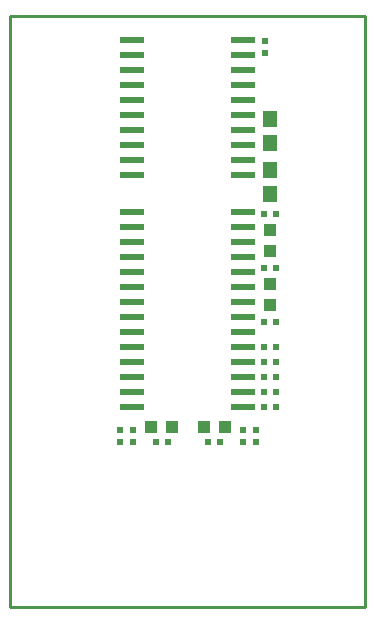
<source format=gbr>
G04 #@! TF.FileFunction,Paste,Top*
%FSLAX46Y46*%
G04 Gerber Fmt 4.6, Leading zero omitted, Abs format (unit mm)*
G04 Created by KiCad (PCBNEW 4.0.1-3.201512221401+6198~38~ubuntu15.10.1-stable) date Thu 31 Mar 2016 03:59:41 PM EEST*
%MOMM*%
G01*
G04 APERTURE LIST*
%ADD10C,0.100000*%
%ADD11C,0.254000*%
%ADD12R,1.016000X1.016000*%
%ADD13R,0.500000X0.550000*%
%ADD14R,0.550000X0.500000*%
%ADD15R,1.168400X1.422400*%
%ADD16R,2.000000X0.600000*%
G04 APERTURE END LIST*
D10*
D11*
X125000000Y-120000000D02*
X125000000Y-70000000D01*
X155000000Y-120000000D02*
X125000000Y-120000000D01*
X155000000Y-70000000D02*
X155000000Y-120000000D01*
X125000000Y-70000000D02*
X155000000Y-70000000D01*
D12*
X146939000Y-89916000D03*
X146939000Y-88138000D03*
D13*
X142748000Y-106045000D03*
X141732000Y-106045000D03*
D14*
X144653000Y-106045000D03*
X144653000Y-105029000D03*
X145796000Y-106045000D03*
X145796000Y-105029000D03*
X134239000Y-106045000D03*
X134239000Y-105029000D03*
D13*
X146431000Y-101854000D03*
X147447000Y-101854000D03*
X146431000Y-103124000D03*
X147447000Y-103124000D03*
X147447000Y-86741000D03*
X146431000Y-86741000D03*
D12*
X146939000Y-94488000D03*
X146939000Y-92710000D03*
D13*
X147447000Y-91313000D03*
X146431000Y-91313000D03*
X146431000Y-95885000D03*
X147447000Y-95885000D03*
X146431000Y-100584000D03*
X147447000Y-100584000D03*
D15*
X146939000Y-83058000D03*
X146939000Y-85090000D03*
D13*
X146431000Y-98044000D03*
X147447000Y-98044000D03*
D14*
X135382000Y-105029000D03*
X135382000Y-106045000D03*
D13*
X137287000Y-106045000D03*
X138303000Y-106045000D03*
D15*
X146939000Y-80772000D03*
X146939000Y-78740000D03*
D13*
X146431000Y-99314000D03*
X147447000Y-99314000D03*
D12*
X138684000Y-104775000D03*
X136906000Y-104775000D03*
X141351000Y-104775000D03*
X143129000Y-104775000D03*
D14*
X146558000Y-72136000D03*
X146558000Y-73152000D03*
D16*
X135254000Y-72009000D03*
X135254000Y-73279000D03*
X135254000Y-74549000D03*
X135254000Y-75819000D03*
X135254000Y-77089000D03*
X135254000Y-78359000D03*
X135254000Y-79629000D03*
X135254000Y-80899000D03*
X135254000Y-82169000D03*
X135254000Y-83439000D03*
X144654000Y-83439000D03*
X144654000Y-82169000D03*
X144654000Y-80899000D03*
X144654000Y-79629000D03*
X144654000Y-78359000D03*
X144654000Y-77089000D03*
X144654000Y-75819000D03*
X144654000Y-74549000D03*
X144654000Y-73279000D03*
X144654000Y-72009000D03*
X135255000Y-86614000D03*
X135255000Y-87884000D03*
X135255000Y-89154000D03*
X135255000Y-90424000D03*
X135255000Y-91694000D03*
X135255000Y-92964000D03*
X135255000Y-94234000D03*
X135255000Y-95504000D03*
X135255000Y-96774000D03*
X135255000Y-98044000D03*
X135255000Y-99314000D03*
X135255000Y-100584000D03*
X135255000Y-101854000D03*
X135255000Y-103124000D03*
X144653000Y-103124000D03*
X144653000Y-101854000D03*
X144653000Y-100584000D03*
X144653000Y-99314000D03*
X144653000Y-98044000D03*
X144653000Y-96774000D03*
X144653000Y-95504000D03*
X144653000Y-94234000D03*
X144653000Y-92964000D03*
X144653000Y-91694000D03*
X144653000Y-90424000D03*
X144653000Y-89154000D03*
X144653000Y-87884000D03*
X144653000Y-86614000D03*
M02*

</source>
